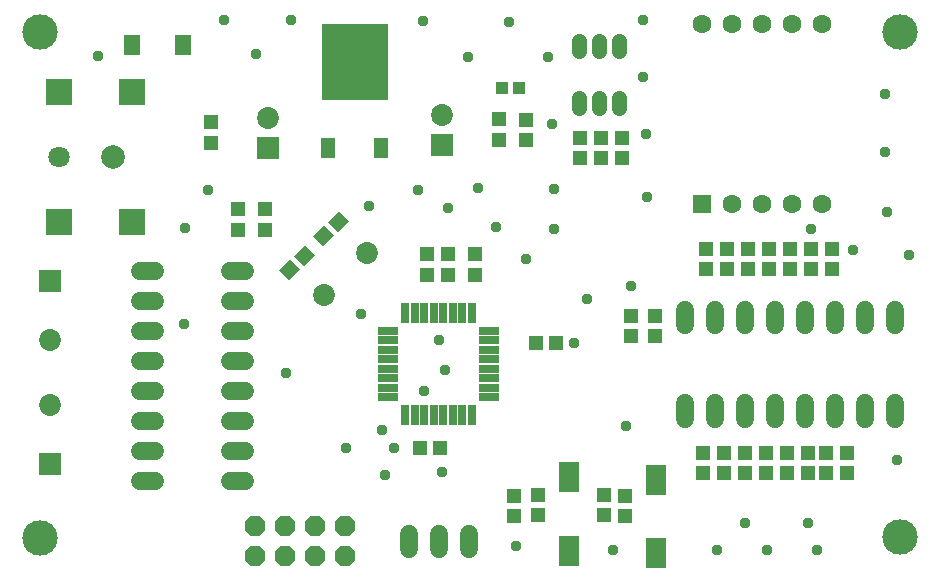
<source format=gbr>
G04 EAGLE Gerber RS-274X export*
G75*
%MOMM*%
%FSLAX34Y34*%
%LPD*%
%INSoldermask Top*%
%IPPOS*%
%AMOC8*
5,1,8,0,0,1.08239X$1,22.5*%
G01*
%ADD10R,1.854200X1.854200*%
%ADD11C,1.854200*%
%ADD12R,1.303200X1.203200*%
%ADD13R,1.203200X1.303200*%
%ADD14R,1.853200X1.853200*%
%ADD15C,1.853200*%
%ADD16R,1.473200X1.673200*%
%ADD17C,1.303200*%
%ADD18R,1.113200X1.133200*%
%ADD19R,2.203200X2.203200*%
%ADD20C,2.003200*%
%ADD21C,1.803200*%
%ADD22C,3.003200*%
%ADD23R,5.603200X6.403200*%
%ADD24R,1.203200X1.803200*%
%ADD25C,1.524000*%
%ADD26P,1.869504X8X22.500000*%
%ADD27R,1.803200X2.503200*%
%ADD28R,0.753200X1.703200*%
%ADD29R,1.703200X0.753200*%
%ADD30R,1.603200X1.603200*%
%ADD31C,1.603200*%
%ADD32C,1.491200*%
%ADD33C,0.959600*%


D10*
X228600Y365960D03*
D11*
X228600Y390960D03*
D12*
G36*
X279507Y303255D02*
X288721Y312469D01*
X297229Y303961D01*
X288015Y294747D01*
X279507Y303255D01*
G37*
G36*
X267359Y291107D02*
X276573Y300321D01*
X285081Y291813D01*
X275867Y282599D01*
X267359Y291107D01*
G37*
G36*
X256433Y263165D02*
X247219Y253951D01*
X238711Y262459D01*
X247925Y271673D01*
X256433Y263165D01*
G37*
G36*
X268581Y275313D02*
X259367Y266099D01*
X250859Y274607D01*
X260073Y283821D01*
X268581Y275313D01*
G37*
X455730Y200660D03*
X472910Y200660D03*
D13*
X203200Y313890D03*
X203200Y296710D03*
X226060Y313890D03*
X226060Y296710D03*
X556260Y206810D03*
X556260Y223990D03*
X535940Y206810D03*
X535940Y223990D03*
X436880Y54410D03*
X436880Y71590D03*
D10*
X375920Y368500D03*
D11*
X375920Y393500D03*
D13*
X180340Y387550D03*
X180340Y370370D03*
X424180Y390090D03*
X424180Y372910D03*
X530860Y54410D03*
X530860Y71590D03*
X363220Y275790D03*
X363220Y258610D03*
X381000Y275790D03*
X381000Y258610D03*
D12*
X374850Y111760D03*
X357670Y111760D03*
D13*
X403860Y275790D03*
X403860Y258610D03*
D14*
X44183Y253078D03*
D15*
X44183Y203078D03*
D16*
X113813Y452965D03*
X156813Y452965D03*
D17*
X492007Y408583D02*
X492007Y399583D01*
X509007Y399583D02*
X509007Y408583D01*
X526007Y408583D02*
X526007Y399583D01*
X526007Y447583D02*
X526007Y456583D01*
X509007Y456583D02*
X509007Y447583D01*
X492007Y447583D02*
X492007Y456583D01*
D18*
X441940Y416560D03*
X426740Y416560D03*
D19*
X113933Y413146D03*
X52433Y413146D03*
X52433Y303146D03*
X113933Y303146D03*
D20*
X97433Y358146D03*
D21*
X52433Y358146D03*
D22*
X36155Y464227D03*
X764305Y464116D03*
X763755Y36253D03*
X36095Y36033D03*
D23*
X302260Y439020D03*
D24*
X279460Y366020D03*
X325060Y366020D03*
D25*
X133604Y261620D02*
X120396Y261620D01*
X120396Y236220D02*
X133604Y236220D01*
X133604Y109220D02*
X120396Y109220D01*
X120396Y83820D02*
X133604Y83820D01*
X133604Y210820D02*
X120396Y210820D01*
X120396Y185420D02*
X133604Y185420D01*
X133604Y134620D02*
X120396Y134620D01*
X120396Y160020D02*
X133604Y160020D01*
X196596Y83820D02*
X209804Y83820D01*
X209804Y109220D02*
X196596Y109220D01*
X196596Y134620D02*
X209804Y134620D01*
X209804Y160020D02*
X196596Y160020D01*
X196596Y185420D02*
X209804Y185420D01*
X209804Y210820D02*
X196596Y210820D01*
X196596Y236220D02*
X209804Y236220D01*
X209804Y261620D02*
X196596Y261620D01*
D14*
X44206Y97890D03*
D15*
X44206Y147890D03*
D13*
X513080Y72000D03*
X513080Y55000D03*
X635000Y280280D03*
X635000Y263280D03*
X652780Y280280D03*
X652780Y263280D03*
X670560Y280280D03*
X670560Y263280D03*
X688340Y280280D03*
X688340Y263280D03*
X706120Y280280D03*
X706120Y263280D03*
X599440Y280280D03*
X599440Y263280D03*
X617220Y280280D03*
X617220Y263280D03*
X457200Y72000D03*
X457200Y55000D03*
X528320Y374260D03*
X528320Y357260D03*
X492760Y374260D03*
X492760Y357260D03*
X668020Y90560D03*
X668020Y107560D03*
X510540Y374260D03*
X510540Y357260D03*
X447040Y389500D03*
X447040Y372500D03*
D25*
X399396Y39200D02*
X399396Y25992D01*
X348596Y25992D02*
X348596Y39200D01*
X373996Y39200D02*
X373996Y25992D01*
D13*
X650240Y90560D03*
X650240Y107560D03*
X718820Y90560D03*
X718820Y107560D03*
X596900Y90560D03*
X596900Y107560D03*
X614680Y90560D03*
X614680Y107560D03*
X701040Y90560D03*
X701040Y107560D03*
X685800Y107560D03*
X685800Y90560D03*
X632460Y107560D03*
X632460Y90560D03*
D26*
X217841Y20253D03*
X217841Y45653D03*
X243241Y20253D03*
X243241Y45653D03*
X268641Y20253D03*
X268641Y45653D03*
X294041Y20253D03*
X294041Y45653D03*
D27*
X557758Y22652D03*
X557758Y84652D03*
X484225Y25011D03*
X484225Y87011D03*
D28*
X401380Y225880D03*
X393380Y225880D03*
X385380Y225880D03*
X377380Y225880D03*
X369380Y225880D03*
X361380Y225880D03*
X353380Y225880D03*
X345380Y225880D03*
D29*
X330380Y210880D03*
X330380Y202880D03*
X330380Y194880D03*
X330380Y186880D03*
X330380Y178880D03*
X330380Y170880D03*
X330380Y162880D03*
X330380Y154880D03*
D28*
X345380Y139880D03*
X353380Y139880D03*
X361380Y139880D03*
X369380Y139880D03*
X377380Y139880D03*
X385380Y139880D03*
X393380Y139880D03*
X401380Y139880D03*
D29*
X416380Y154880D03*
X416380Y162880D03*
X416380Y170880D03*
X416380Y178880D03*
X416380Y186880D03*
X416380Y194880D03*
X416380Y202880D03*
X416380Y210880D03*
D30*
X596721Y318759D03*
D31*
X622121Y318759D03*
X647521Y318759D03*
X672921Y318759D03*
X698321Y318759D03*
X698321Y471159D03*
X672921Y471159D03*
X647521Y471159D03*
X622121Y471159D03*
X596721Y471159D03*
D32*
X581660Y149620D02*
X581660Y136740D01*
X607060Y136740D02*
X607060Y149620D01*
X632460Y149620D02*
X632460Y136740D01*
X657860Y136740D02*
X657860Y149620D01*
X683260Y149620D02*
X683260Y136740D01*
X708660Y136740D02*
X708660Y149620D01*
X734060Y149620D02*
X734060Y136740D01*
X759460Y136740D02*
X759460Y149620D01*
X759460Y216140D02*
X759460Y229020D01*
X734060Y229020D02*
X734060Y216140D01*
X708660Y216140D02*
X708660Y229020D01*
X683260Y229020D02*
X683260Y216140D01*
X657860Y216140D02*
X657860Y229020D01*
X632460Y229020D02*
X632460Y216140D01*
X607060Y216140D02*
X607060Y229020D01*
X581660Y229020D02*
X581660Y216140D01*
D11*
X276679Y241119D03*
X312601Y277041D03*
D33*
X375920Y91440D03*
X381000Y314960D03*
X447040Y271780D03*
X535940Y248920D03*
X327660Y88900D03*
X360680Y160020D03*
X685800Y48260D03*
X632460Y48260D03*
X487680Y200660D03*
X325120Y127000D03*
X335280Y111760D03*
X378460Y177800D03*
X373380Y203200D03*
X294640Y111760D03*
X243840Y175260D03*
X688340Y297180D03*
X723900Y279400D03*
X355600Y330200D03*
X177800Y330200D03*
X85103Y444006D03*
X218934Y445723D03*
X398405Y442633D03*
X406640Y332060D03*
X248788Y474568D03*
X192168Y473881D03*
X360657Y473538D03*
X432720Y472851D03*
X466350Y443319D03*
X471154Y331030D03*
X469095Y386316D03*
X546305Y474568D03*
X546648Y425806D03*
X549050Y377731D03*
X549737Y324506D03*
X422426Y299095D03*
X470811Y297034D03*
X158881Y298064D03*
X314674Y316951D03*
X308154Y225265D03*
X157852Y216681D03*
X438897Y28845D03*
X520911Y25754D03*
X531892Y130146D03*
X608949Y25732D03*
X651456Y25237D03*
X693470Y25732D03*
X761680Y101442D03*
X498725Y238018D03*
X751794Y411706D03*
X751794Y362717D03*
X752783Y311749D03*
X772060Y275131D03*
M02*

</source>
